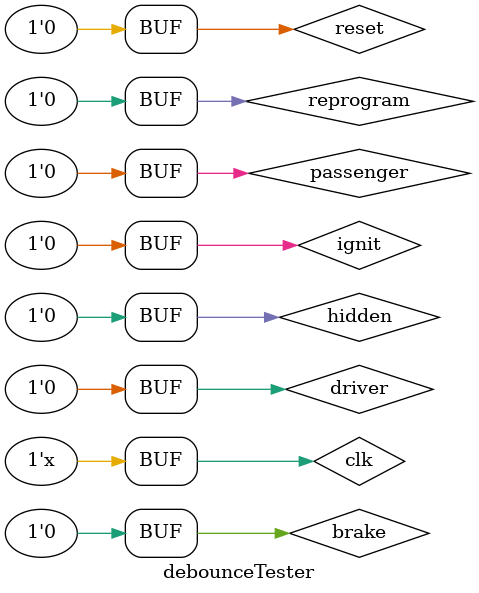
<source format=v>
`timescale 1ns / 1ps


module debounceTester;

	// Inputs
	reg reset;
	reg clk;
	reg brake;
	reg hidden;
	reg ignit;
	reg driver;
	reg passenger;
	reg reprogram;

	// Outputs
	wire clean_break;
	wire clean_hidden;
	wire clean_ignit;
	wire clean_driver;
	wire clean_passenger;
	wire clean_reprogram;

	// Instantiate the Unit Under Test (UUT)
	full_debounce uut (
		.reset(reset), 
		.clk(clk), 
		.brake(brake), 
		.clean_break(clean_break), 
		.hidden(hidden), 
		.clean_hidden(clean_hidden), 
		.ignit(ignit), 
		.clean_ignit(clean_ignit), 
		.driver(driver), 
		.clean_driver(clean_driver), 
		.passenger(passenger), 
		.clean_passenger(clean_passenger), 
		.reprogram(reprogram), 
		.clean_reprogram(clean_reprogram)
	);
	
	always #10 clk= !clk;

	initial begin
		// Initialize Inputs
		reset = 0;
		clk = 0;
		brake = 0;
		hidden = 0;
		ignit = 0;
		driver = 0;
		passenger = 0;
		reprogram = 0;

		// Wait 100 ns for global reset to finish
		#100;
        
		// Add stimulus here

	end
      
endmodule


</source>
